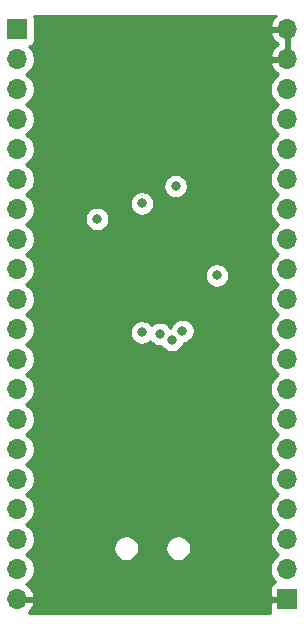
<source format=gbr>
%TF.GenerationSoftware,KiCad,Pcbnew,5.1.9-73d0e3b20d~88~ubuntu20.04.1*%
%TF.CreationDate,2021-04-21T23:40:33-06:00*%
%TF.ProjectId,STM32F411CE,53544d33-3246-4343-9131-43452e6b6963,rev?*%
%TF.SameCoordinates,Original*%
%TF.FileFunction,Copper,L2,Inr*%
%TF.FilePolarity,Positive*%
%FSLAX46Y46*%
G04 Gerber Fmt 4.6, Leading zero omitted, Abs format (unit mm)*
G04 Created by KiCad (PCBNEW 5.1.9-73d0e3b20d~88~ubuntu20.04.1) date 2021-04-21 23:40:33*
%MOMM*%
%LPD*%
G01*
G04 APERTURE LIST*
%TA.AperFunction,ComponentPad*%
%ADD10O,1.700000X1.700000*%
%TD*%
%TA.AperFunction,ComponentPad*%
%ADD11R,1.700000X1.700000*%
%TD*%
%TA.AperFunction,ViaPad*%
%ADD12C,0.800000*%
%TD*%
%TA.AperFunction,Conductor*%
%ADD13C,0.254000*%
%TD*%
%TA.AperFunction,Conductor*%
%ADD14C,0.100000*%
%TD*%
G04 APERTURE END LIST*
D10*
%TO.N,GND*%
%TO.C,J3*%
X36626800Y-13766800D03*
X36626800Y-16306800D03*
%TO.N,PB9*%
X36626800Y-18846800D03*
%TO.N,PB8*%
X36626800Y-21386800D03*
%TO.N,BOOT0*%
X36626800Y-23926800D03*
%TO.N,PB7*%
X36626800Y-26466800D03*
%TO.N,PB6*%
X36626800Y-29006800D03*
%TO.N,PB5*%
X36626800Y-31546800D03*
%TO.N,PB4*%
X36626800Y-34086800D03*
%TO.N,SWO*%
X36626800Y-36626800D03*
%TO.N,PA15*%
X36626800Y-39166800D03*
%TO.N,SWDCLK*%
X36626800Y-41706800D03*
%TO.N,SWDIO*%
X36626800Y-44246800D03*
%TO.N,N/C*%
X36626800Y-46786800D03*
X36626800Y-49326800D03*
X36626800Y-51866800D03*
%TO.N,PB15*%
X36626800Y-54406800D03*
%TO.N,PB14*%
X36626800Y-56946800D03*
%TO.N,PB13*%
X36626800Y-59486800D03*
D11*
%TO.N,GND*%
X36626800Y-62026800D03*
%TD*%
D10*
%TO.N,GND*%
%TO.C,J2*%
X13766800Y-62026800D03*
%TO.N,+5V*%
X13766800Y-59486800D03*
%TO.N,PB12*%
X13766800Y-56946800D03*
%TO.N,PB10*%
X13766800Y-54406800D03*
%TO.N,PB2*%
X13766800Y-51866800D03*
%TO.N,PB1*%
X13766800Y-49326800D03*
%TO.N,PBO*%
X13766800Y-46786800D03*
%TO.N,PA7*%
X13766800Y-44246800D03*
%TO.N,PA6*%
X13766800Y-41706800D03*
%TO.N,PA5*%
X13766800Y-39166800D03*
%TO.N,PA4*%
X13766800Y-36626800D03*
%TO.N,PA3*%
X13766800Y-34086800D03*
%TO.N,PA2*%
X13766800Y-31546800D03*
%TO.N,PA1*%
X13766800Y-29006800D03*
%TO.N,PA0*%
X13766800Y-26466800D03*
%TO.N,~RST*%
X13766800Y-23926800D03*
%TO.N,+3V3*%
X13766800Y-21386800D03*
%TO.N,N/C*%
X13766800Y-18846800D03*
X13766800Y-16306800D03*
D11*
%TO.N,+BATT*%
X13766800Y-13766800D03*
%TD*%
D12*
%TO.N,GND*%
X24130000Y-32512000D03*
X26416000Y-32512000D03*
X26416000Y-35560000D03*
X24130000Y-35560000D03*
X22402800Y-42773600D03*
X17018000Y-26924000D03*
X26797000Y-22352000D03*
X23368000Y-25908000D03*
X28194000Y-23114000D03*
X26289000Y-20320000D03*
X26797000Y-53213000D03*
X26900000Y-51100000D03*
%TO.N,+3V3*%
X27178000Y-27051000D03*
X30657800Y-34594800D03*
X24307800Y-39420800D03*
X20535900Y-29806900D03*
%TO.N,+BATT*%
X24307800Y-28498800D03*
%TO.N,PB14*%
X26847800Y-40055800D03*
%TO.N,PB13*%
X25831800Y-39547800D03*
%TO.N,PB15*%
X27736800Y-39293800D03*
%TD*%
D13*
%TO.N,GND*%
X35529212Y-12766531D02*
X35355159Y-12999880D01*
X35229975Y-13262701D01*
X35185324Y-13409910D01*
X35306645Y-13639800D01*
X36499800Y-13639800D01*
X36499800Y-13619800D01*
X36753800Y-13619800D01*
X36753800Y-13639800D01*
X36773800Y-13639800D01*
X36773800Y-13893800D01*
X36753800Y-13893800D01*
X36753800Y-16179800D01*
X36773800Y-16179800D01*
X36773800Y-16433800D01*
X36753800Y-16433800D01*
X36753800Y-16453800D01*
X36499800Y-16453800D01*
X36499800Y-16433800D01*
X35306645Y-16433800D01*
X35185324Y-16663690D01*
X35229975Y-16810899D01*
X35355159Y-17073720D01*
X35529212Y-17307069D01*
X35745445Y-17501978D01*
X35862334Y-17571605D01*
X35680168Y-17693325D01*
X35473325Y-17900168D01*
X35310810Y-18143389D01*
X35198868Y-18413642D01*
X35141800Y-18700540D01*
X35141800Y-18993060D01*
X35198868Y-19279958D01*
X35310810Y-19550211D01*
X35473325Y-19793432D01*
X35680168Y-20000275D01*
X35854560Y-20116800D01*
X35680168Y-20233325D01*
X35473325Y-20440168D01*
X35310810Y-20683389D01*
X35198868Y-20953642D01*
X35141800Y-21240540D01*
X35141800Y-21533060D01*
X35198868Y-21819958D01*
X35310810Y-22090211D01*
X35473325Y-22333432D01*
X35680168Y-22540275D01*
X35854560Y-22656800D01*
X35680168Y-22773325D01*
X35473325Y-22980168D01*
X35310810Y-23223389D01*
X35198868Y-23493642D01*
X35141800Y-23780540D01*
X35141800Y-24073060D01*
X35198868Y-24359958D01*
X35310810Y-24630211D01*
X35473325Y-24873432D01*
X35680168Y-25080275D01*
X35854560Y-25196800D01*
X35680168Y-25313325D01*
X35473325Y-25520168D01*
X35310810Y-25763389D01*
X35198868Y-26033642D01*
X35141800Y-26320540D01*
X35141800Y-26613060D01*
X35198868Y-26899958D01*
X35310810Y-27170211D01*
X35473325Y-27413432D01*
X35680168Y-27620275D01*
X35854560Y-27736800D01*
X35680168Y-27853325D01*
X35473325Y-28060168D01*
X35310810Y-28303389D01*
X35198868Y-28573642D01*
X35141800Y-28860540D01*
X35141800Y-29153060D01*
X35198868Y-29439958D01*
X35310810Y-29710211D01*
X35473325Y-29953432D01*
X35680168Y-30160275D01*
X35854560Y-30276800D01*
X35680168Y-30393325D01*
X35473325Y-30600168D01*
X35310810Y-30843389D01*
X35198868Y-31113642D01*
X35141800Y-31400540D01*
X35141800Y-31693060D01*
X35198868Y-31979958D01*
X35310810Y-32250211D01*
X35473325Y-32493432D01*
X35680168Y-32700275D01*
X35854560Y-32816800D01*
X35680168Y-32933325D01*
X35473325Y-33140168D01*
X35310810Y-33383389D01*
X35198868Y-33653642D01*
X35141800Y-33940540D01*
X35141800Y-34233060D01*
X35198868Y-34519958D01*
X35310810Y-34790211D01*
X35473325Y-35033432D01*
X35680168Y-35240275D01*
X35854560Y-35356800D01*
X35680168Y-35473325D01*
X35473325Y-35680168D01*
X35310810Y-35923389D01*
X35198868Y-36193642D01*
X35141800Y-36480540D01*
X35141800Y-36773060D01*
X35198868Y-37059958D01*
X35310810Y-37330211D01*
X35473325Y-37573432D01*
X35680168Y-37780275D01*
X35854560Y-37896800D01*
X35680168Y-38013325D01*
X35473325Y-38220168D01*
X35310810Y-38463389D01*
X35198868Y-38733642D01*
X35141800Y-39020540D01*
X35141800Y-39313060D01*
X35198868Y-39599958D01*
X35310810Y-39870211D01*
X35473325Y-40113432D01*
X35680168Y-40320275D01*
X35854560Y-40436800D01*
X35680168Y-40553325D01*
X35473325Y-40760168D01*
X35310810Y-41003389D01*
X35198868Y-41273642D01*
X35141800Y-41560540D01*
X35141800Y-41853060D01*
X35198868Y-42139958D01*
X35310810Y-42410211D01*
X35473325Y-42653432D01*
X35680168Y-42860275D01*
X35854560Y-42976800D01*
X35680168Y-43093325D01*
X35473325Y-43300168D01*
X35310810Y-43543389D01*
X35198868Y-43813642D01*
X35141800Y-44100540D01*
X35141800Y-44393060D01*
X35198868Y-44679958D01*
X35310810Y-44950211D01*
X35473325Y-45193432D01*
X35680168Y-45400275D01*
X35854560Y-45516800D01*
X35680168Y-45633325D01*
X35473325Y-45840168D01*
X35310810Y-46083389D01*
X35198868Y-46353642D01*
X35141800Y-46640540D01*
X35141800Y-46933060D01*
X35198868Y-47219958D01*
X35310810Y-47490211D01*
X35473325Y-47733432D01*
X35680168Y-47940275D01*
X35854560Y-48056800D01*
X35680168Y-48173325D01*
X35473325Y-48380168D01*
X35310810Y-48623389D01*
X35198868Y-48893642D01*
X35141800Y-49180540D01*
X35141800Y-49473060D01*
X35198868Y-49759958D01*
X35310810Y-50030211D01*
X35473325Y-50273432D01*
X35680168Y-50480275D01*
X35854560Y-50596800D01*
X35680168Y-50713325D01*
X35473325Y-50920168D01*
X35310810Y-51163389D01*
X35198868Y-51433642D01*
X35141800Y-51720540D01*
X35141800Y-52013060D01*
X35198868Y-52299958D01*
X35310810Y-52570211D01*
X35473325Y-52813432D01*
X35680168Y-53020275D01*
X35854560Y-53136800D01*
X35680168Y-53253325D01*
X35473325Y-53460168D01*
X35310810Y-53703389D01*
X35198868Y-53973642D01*
X35141800Y-54260540D01*
X35141800Y-54553060D01*
X35198868Y-54839958D01*
X35310810Y-55110211D01*
X35473325Y-55353432D01*
X35680168Y-55560275D01*
X35854560Y-55676800D01*
X35680168Y-55793325D01*
X35473325Y-56000168D01*
X35310810Y-56243389D01*
X35198868Y-56513642D01*
X35141800Y-56800540D01*
X35141800Y-57093060D01*
X35198868Y-57379958D01*
X35310810Y-57650211D01*
X35473325Y-57893432D01*
X35680168Y-58100275D01*
X35854560Y-58216800D01*
X35680168Y-58333325D01*
X35473325Y-58540168D01*
X35310810Y-58783389D01*
X35198868Y-59053642D01*
X35141800Y-59340540D01*
X35141800Y-59633060D01*
X35198868Y-59919958D01*
X35310810Y-60190211D01*
X35473325Y-60433432D01*
X35605180Y-60565287D01*
X35532620Y-60587298D01*
X35422306Y-60646263D01*
X35325615Y-60725615D01*
X35246263Y-60822306D01*
X35187298Y-60932620D01*
X35150988Y-61052318D01*
X35138728Y-61176800D01*
X35141800Y-61741050D01*
X35300550Y-61899800D01*
X36499800Y-61899800D01*
X36499800Y-61879800D01*
X36753800Y-61879800D01*
X36753800Y-61899800D01*
X36773800Y-61899800D01*
X36773800Y-62153800D01*
X36753800Y-62153800D01*
X36753800Y-62173800D01*
X36499800Y-62173800D01*
X36499800Y-62153800D01*
X35300550Y-62153800D01*
X35141800Y-62312550D01*
X35138728Y-62876800D01*
X35150988Y-63001282D01*
X35187298Y-63120980D01*
X35200030Y-63144800D01*
X14733777Y-63144800D01*
X14864388Y-63027069D01*
X15038441Y-62793720D01*
X15163625Y-62530899D01*
X15208276Y-62383690D01*
X15086955Y-62153800D01*
X13893800Y-62153800D01*
X13893800Y-62173800D01*
X13639800Y-62173800D01*
X13639800Y-62153800D01*
X13619800Y-62153800D01*
X13619800Y-61899800D01*
X13639800Y-61899800D01*
X13639800Y-61879800D01*
X13893800Y-61879800D01*
X13893800Y-61899800D01*
X15086955Y-61899800D01*
X15208276Y-61669910D01*
X15163625Y-61522701D01*
X15038441Y-61259880D01*
X14864388Y-61026531D01*
X14648155Y-60831622D01*
X14531266Y-60761995D01*
X14713432Y-60640275D01*
X14920275Y-60433432D01*
X15082790Y-60190211D01*
X15194732Y-59919958D01*
X15251800Y-59633060D01*
X15251800Y-59340540D01*
X15194732Y-59053642D01*
X15082790Y-58783389D01*
X14920275Y-58540168D01*
X14713432Y-58333325D01*
X14539040Y-58216800D01*
X14713432Y-58100275D01*
X14920275Y-57893432D01*
X15082790Y-57650211D01*
X15102785Y-57601937D01*
X21911800Y-57601937D01*
X21911800Y-57815663D01*
X21953496Y-58025283D01*
X22035285Y-58222740D01*
X22154025Y-58400447D01*
X22305153Y-58551575D01*
X22482860Y-58670315D01*
X22680317Y-58752104D01*
X22889937Y-58793800D01*
X23103663Y-58793800D01*
X23313283Y-58752104D01*
X23510740Y-58670315D01*
X23688447Y-58551575D01*
X23839575Y-58400447D01*
X23958315Y-58222740D01*
X24040104Y-58025283D01*
X24081800Y-57815663D01*
X24081800Y-57601937D01*
X26311800Y-57601937D01*
X26311800Y-57815663D01*
X26353496Y-58025283D01*
X26435285Y-58222740D01*
X26554025Y-58400447D01*
X26705153Y-58551575D01*
X26882860Y-58670315D01*
X27080317Y-58752104D01*
X27289937Y-58793800D01*
X27503663Y-58793800D01*
X27713283Y-58752104D01*
X27910740Y-58670315D01*
X28088447Y-58551575D01*
X28239575Y-58400447D01*
X28358315Y-58222740D01*
X28440104Y-58025283D01*
X28481800Y-57815663D01*
X28481800Y-57601937D01*
X28440104Y-57392317D01*
X28358315Y-57194860D01*
X28239575Y-57017153D01*
X28088447Y-56866025D01*
X27910740Y-56747285D01*
X27713283Y-56665496D01*
X27503663Y-56623800D01*
X27289937Y-56623800D01*
X27080317Y-56665496D01*
X26882860Y-56747285D01*
X26705153Y-56866025D01*
X26554025Y-57017153D01*
X26435285Y-57194860D01*
X26353496Y-57392317D01*
X26311800Y-57601937D01*
X24081800Y-57601937D01*
X24040104Y-57392317D01*
X23958315Y-57194860D01*
X23839575Y-57017153D01*
X23688447Y-56866025D01*
X23510740Y-56747285D01*
X23313283Y-56665496D01*
X23103663Y-56623800D01*
X22889937Y-56623800D01*
X22680317Y-56665496D01*
X22482860Y-56747285D01*
X22305153Y-56866025D01*
X22154025Y-57017153D01*
X22035285Y-57194860D01*
X21953496Y-57392317D01*
X21911800Y-57601937D01*
X15102785Y-57601937D01*
X15194732Y-57379958D01*
X15251800Y-57093060D01*
X15251800Y-56800540D01*
X15194732Y-56513642D01*
X15082790Y-56243389D01*
X14920275Y-56000168D01*
X14713432Y-55793325D01*
X14539040Y-55676800D01*
X14713432Y-55560275D01*
X14920275Y-55353432D01*
X15082790Y-55110211D01*
X15194732Y-54839958D01*
X15251800Y-54553060D01*
X15251800Y-54260540D01*
X15194732Y-53973642D01*
X15082790Y-53703389D01*
X14920275Y-53460168D01*
X14713432Y-53253325D01*
X14539040Y-53136800D01*
X14713432Y-53020275D01*
X14920275Y-52813432D01*
X15082790Y-52570211D01*
X15194732Y-52299958D01*
X15251800Y-52013060D01*
X15251800Y-51720540D01*
X15194732Y-51433642D01*
X15082790Y-51163389D01*
X14920275Y-50920168D01*
X14713432Y-50713325D01*
X14539040Y-50596800D01*
X14713432Y-50480275D01*
X14920275Y-50273432D01*
X15082790Y-50030211D01*
X15194732Y-49759958D01*
X15251800Y-49473060D01*
X15251800Y-49180540D01*
X15194732Y-48893642D01*
X15082790Y-48623389D01*
X14920275Y-48380168D01*
X14713432Y-48173325D01*
X14539040Y-48056800D01*
X14713432Y-47940275D01*
X14920275Y-47733432D01*
X15082790Y-47490211D01*
X15194732Y-47219958D01*
X15251800Y-46933060D01*
X15251800Y-46640540D01*
X15194732Y-46353642D01*
X15082790Y-46083389D01*
X14920275Y-45840168D01*
X14713432Y-45633325D01*
X14539040Y-45516800D01*
X14713432Y-45400275D01*
X14920275Y-45193432D01*
X15082790Y-44950211D01*
X15194732Y-44679958D01*
X15251800Y-44393060D01*
X15251800Y-44100540D01*
X15194732Y-43813642D01*
X15082790Y-43543389D01*
X14920275Y-43300168D01*
X14713432Y-43093325D01*
X14539040Y-42976800D01*
X14713432Y-42860275D01*
X14920275Y-42653432D01*
X15082790Y-42410211D01*
X15194732Y-42139958D01*
X15251800Y-41853060D01*
X15251800Y-41560540D01*
X15194732Y-41273642D01*
X15082790Y-41003389D01*
X14920275Y-40760168D01*
X14713432Y-40553325D01*
X14539040Y-40436800D01*
X14713432Y-40320275D01*
X14920275Y-40113432D01*
X15082790Y-39870211D01*
X15194732Y-39599958D01*
X15250646Y-39318861D01*
X23272800Y-39318861D01*
X23272800Y-39522739D01*
X23312574Y-39722698D01*
X23390595Y-39911056D01*
X23503863Y-40080574D01*
X23648026Y-40224737D01*
X23817544Y-40338005D01*
X24005902Y-40416026D01*
X24205861Y-40455800D01*
X24409739Y-40455800D01*
X24609698Y-40416026D01*
X24798056Y-40338005D01*
X24967574Y-40224737D01*
X25010589Y-40181722D01*
X25027863Y-40207574D01*
X25172026Y-40351737D01*
X25341544Y-40465005D01*
X25529902Y-40543026D01*
X25729861Y-40582800D01*
X25933739Y-40582800D01*
X25952635Y-40579041D01*
X26043863Y-40715574D01*
X26188026Y-40859737D01*
X26357544Y-40973005D01*
X26545902Y-41051026D01*
X26745861Y-41090800D01*
X26949739Y-41090800D01*
X27149698Y-41051026D01*
X27338056Y-40973005D01*
X27507574Y-40859737D01*
X27651737Y-40715574D01*
X27765005Y-40546056D01*
X27843026Y-40357698D01*
X27849188Y-40326722D01*
X28038698Y-40289026D01*
X28227056Y-40211005D01*
X28396574Y-40097737D01*
X28540737Y-39953574D01*
X28654005Y-39784056D01*
X28732026Y-39595698D01*
X28771800Y-39395739D01*
X28771800Y-39191861D01*
X28732026Y-38991902D01*
X28654005Y-38803544D01*
X28540737Y-38634026D01*
X28396574Y-38489863D01*
X28227056Y-38376595D01*
X28038698Y-38298574D01*
X27838739Y-38258800D01*
X27634861Y-38258800D01*
X27434902Y-38298574D01*
X27246544Y-38376595D01*
X27077026Y-38489863D01*
X26932863Y-38634026D01*
X26819595Y-38803544D01*
X26741574Y-38991902D01*
X26735412Y-39022878D01*
X26726965Y-39024559D01*
X26635737Y-38888026D01*
X26491574Y-38743863D01*
X26322056Y-38630595D01*
X26133698Y-38552574D01*
X25933739Y-38512800D01*
X25729861Y-38512800D01*
X25529902Y-38552574D01*
X25341544Y-38630595D01*
X25172026Y-38743863D01*
X25129011Y-38786878D01*
X25111737Y-38761026D01*
X24967574Y-38616863D01*
X24798056Y-38503595D01*
X24609698Y-38425574D01*
X24409739Y-38385800D01*
X24205861Y-38385800D01*
X24005902Y-38425574D01*
X23817544Y-38503595D01*
X23648026Y-38616863D01*
X23503863Y-38761026D01*
X23390595Y-38930544D01*
X23312574Y-39118902D01*
X23272800Y-39318861D01*
X15250646Y-39318861D01*
X15251800Y-39313060D01*
X15251800Y-39020540D01*
X15194732Y-38733642D01*
X15082790Y-38463389D01*
X14920275Y-38220168D01*
X14713432Y-38013325D01*
X14539040Y-37896800D01*
X14713432Y-37780275D01*
X14920275Y-37573432D01*
X15082790Y-37330211D01*
X15194732Y-37059958D01*
X15251800Y-36773060D01*
X15251800Y-36480540D01*
X15194732Y-36193642D01*
X15082790Y-35923389D01*
X14920275Y-35680168D01*
X14713432Y-35473325D01*
X14539040Y-35356800D01*
X14713432Y-35240275D01*
X14920275Y-35033432D01*
X15082790Y-34790211D01*
X15194732Y-34519958D01*
X15200121Y-34492861D01*
X29622800Y-34492861D01*
X29622800Y-34696739D01*
X29662574Y-34896698D01*
X29740595Y-35085056D01*
X29853863Y-35254574D01*
X29998026Y-35398737D01*
X30167544Y-35512005D01*
X30355902Y-35590026D01*
X30555861Y-35629800D01*
X30759739Y-35629800D01*
X30959698Y-35590026D01*
X31148056Y-35512005D01*
X31317574Y-35398737D01*
X31461737Y-35254574D01*
X31575005Y-35085056D01*
X31653026Y-34896698D01*
X31692800Y-34696739D01*
X31692800Y-34492861D01*
X31653026Y-34292902D01*
X31575005Y-34104544D01*
X31461737Y-33935026D01*
X31317574Y-33790863D01*
X31148056Y-33677595D01*
X30959698Y-33599574D01*
X30759739Y-33559800D01*
X30555861Y-33559800D01*
X30355902Y-33599574D01*
X30167544Y-33677595D01*
X29998026Y-33790863D01*
X29853863Y-33935026D01*
X29740595Y-34104544D01*
X29662574Y-34292902D01*
X29622800Y-34492861D01*
X15200121Y-34492861D01*
X15251800Y-34233060D01*
X15251800Y-33940540D01*
X15194732Y-33653642D01*
X15082790Y-33383389D01*
X14920275Y-33140168D01*
X14713432Y-32933325D01*
X14539040Y-32816800D01*
X14713432Y-32700275D01*
X14920275Y-32493432D01*
X15082790Y-32250211D01*
X15194732Y-31979958D01*
X15251800Y-31693060D01*
X15251800Y-31400540D01*
X15194732Y-31113642D01*
X15082790Y-30843389D01*
X14920275Y-30600168D01*
X14713432Y-30393325D01*
X14539040Y-30276800D01*
X14713432Y-30160275D01*
X14920275Y-29953432D01*
X15082790Y-29710211D01*
X15084964Y-29704961D01*
X19500900Y-29704961D01*
X19500900Y-29908839D01*
X19540674Y-30108798D01*
X19618695Y-30297156D01*
X19731963Y-30466674D01*
X19876126Y-30610837D01*
X20045644Y-30724105D01*
X20234002Y-30802126D01*
X20433961Y-30841900D01*
X20637839Y-30841900D01*
X20837798Y-30802126D01*
X21026156Y-30724105D01*
X21195674Y-30610837D01*
X21339837Y-30466674D01*
X21453105Y-30297156D01*
X21531126Y-30108798D01*
X21570900Y-29908839D01*
X21570900Y-29704961D01*
X21531126Y-29505002D01*
X21453105Y-29316644D01*
X21339837Y-29147126D01*
X21195674Y-29002963D01*
X21026156Y-28889695D01*
X20837798Y-28811674D01*
X20637839Y-28771900D01*
X20433961Y-28771900D01*
X20234002Y-28811674D01*
X20045644Y-28889695D01*
X19876126Y-29002963D01*
X19731963Y-29147126D01*
X19618695Y-29316644D01*
X19540674Y-29505002D01*
X19500900Y-29704961D01*
X15084964Y-29704961D01*
X15194732Y-29439958D01*
X15251800Y-29153060D01*
X15251800Y-28860540D01*
X15194732Y-28573642D01*
X15121508Y-28396861D01*
X23272800Y-28396861D01*
X23272800Y-28600739D01*
X23312574Y-28800698D01*
X23390595Y-28989056D01*
X23503863Y-29158574D01*
X23648026Y-29302737D01*
X23817544Y-29416005D01*
X24005902Y-29494026D01*
X24205861Y-29533800D01*
X24409739Y-29533800D01*
X24609698Y-29494026D01*
X24798056Y-29416005D01*
X24967574Y-29302737D01*
X25111737Y-29158574D01*
X25225005Y-28989056D01*
X25303026Y-28800698D01*
X25342800Y-28600739D01*
X25342800Y-28396861D01*
X25303026Y-28196902D01*
X25225005Y-28008544D01*
X25111737Y-27839026D01*
X24967574Y-27694863D01*
X24798056Y-27581595D01*
X24609698Y-27503574D01*
X24409739Y-27463800D01*
X24205861Y-27463800D01*
X24005902Y-27503574D01*
X23817544Y-27581595D01*
X23648026Y-27694863D01*
X23503863Y-27839026D01*
X23390595Y-28008544D01*
X23312574Y-28196902D01*
X23272800Y-28396861D01*
X15121508Y-28396861D01*
X15082790Y-28303389D01*
X14920275Y-28060168D01*
X14713432Y-27853325D01*
X14539040Y-27736800D01*
X14713432Y-27620275D01*
X14920275Y-27413432D01*
X15082790Y-27170211D01*
X15174392Y-26949061D01*
X26143000Y-26949061D01*
X26143000Y-27152939D01*
X26182774Y-27352898D01*
X26260795Y-27541256D01*
X26374063Y-27710774D01*
X26518226Y-27854937D01*
X26687744Y-27968205D01*
X26876102Y-28046226D01*
X27076061Y-28086000D01*
X27279939Y-28086000D01*
X27479898Y-28046226D01*
X27668256Y-27968205D01*
X27837774Y-27854937D01*
X27981937Y-27710774D01*
X28095205Y-27541256D01*
X28173226Y-27352898D01*
X28213000Y-27152939D01*
X28213000Y-26949061D01*
X28173226Y-26749102D01*
X28095205Y-26560744D01*
X27981937Y-26391226D01*
X27837774Y-26247063D01*
X27668256Y-26133795D01*
X27479898Y-26055774D01*
X27279939Y-26016000D01*
X27076061Y-26016000D01*
X26876102Y-26055774D01*
X26687744Y-26133795D01*
X26518226Y-26247063D01*
X26374063Y-26391226D01*
X26260795Y-26560744D01*
X26182774Y-26749102D01*
X26143000Y-26949061D01*
X15174392Y-26949061D01*
X15194732Y-26899958D01*
X15251800Y-26613060D01*
X15251800Y-26320540D01*
X15194732Y-26033642D01*
X15082790Y-25763389D01*
X14920275Y-25520168D01*
X14713432Y-25313325D01*
X14539040Y-25196800D01*
X14713432Y-25080275D01*
X14920275Y-24873432D01*
X15082790Y-24630211D01*
X15194732Y-24359958D01*
X15251800Y-24073060D01*
X15251800Y-23780540D01*
X15194732Y-23493642D01*
X15082790Y-23223389D01*
X14920275Y-22980168D01*
X14713432Y-22773325D01*
X14539040Y-22656800D01*
X14713432Y-22540275D01*
X14920275Y-22333432D01*
X15082790Y-22090211D01*
X15194732Y-21819958D01*
X15251800Y-21533060D01*
X15251800Y-21240540D01*
X15194732Y-20953642D01*
X15082790Y-20683389D01*
X14920275Y-20440168D01*
X14713432Y-20233325D01*
X14539040Y-20116800D01*
X14713432Y-20000275D01*
X14920275Y-19793432D01*
X15082790Y-19550211D01*
X15194732Y-19279958D01*
X15251800Y-18993060D01*
X15251800Y-18700540D01*
X15194732Y-18413642D01*
X15082790Y-18143389D01*
X14920275Y-17900168D01*
X14713432Y-17693325D01*
X14539040Y-17576800D01*
X14713432Y-17460275D01*
X14920275Y-17253432D01*
X15082790Y-17010211D01*
X15194732Y-16739958D01*
X15251800Y-16453060D01*
X15251800Y-16160540D01*
X15194732Y-15873642D01*
X15082790Y-15603389D01*
X14920275Y-15360168D01*
X14788420Y-15228313D01*
X14860980Y-15206302D01*
X14971294Y-15147337D01*
X15067985Y-15067985D01*
X15147337Y-14971294D01*
X15206302Y-14860980D01*
X15242612Y-14741282D01*
X15254872Y-14616800D01*
X15254872Y-14123690D01*
X35185324Y-14123690D01*
X35229975Y-14270899D01*
X35355159Y-14533720D01*
X35529212Y-14767069D01*
X35745445Y-14961978D01*
X35871055Y-15036800D01*
X35745445Y-15111622D01*
X35529212Y-15306531D01*
X35355159Y-15539880D01*
X35229975Y-15802701D01*
X35185324Y-15949910D01*
X35306645Y-16179800D01*
X36499800Y-16179800D01*
X36499800Y-13893800D01*
X35306645Y-13893800D01*
X35185324Y-14123690D01*
X15254872Y-14123690D01*
X15254872Y-12916800D01*
X15242612Y-12792318D01*
X15206302Y-12672620D01*
X15193570Y-12648800D01*
X35659823Y-12648800D01*
X35529212Y-12766531D01*
%TA.AperFunction,Conductor*%
D14*
G36*
X35529212Y-12766531D02*
G01*
X35355159Y-12999880D01*
X35229975Y-13262701D01*
X35185324Y-13409910D01*
X35306645Y-13639800D01*
X36499800Y-13639800D01*
X36499800Y-13619800D01*
X36753800Y-13619800D01*
X36753800Y-13639800D01*
X36773800Y-13639800D01*
X36773800Y-13893800D01*
X36753800Y-13893800D01*
X36753800Y-16179800D01*
X36773800Y-16179800D01*
X36773800Y-16433800D01*
X36753800Y-16433800D01*
X36753800Y-16453800D01*
X36499800Y-16453800D01*
X36499800Y-16433800D01*
X35306645Y-16433800D01*
X35185324Y-16663690D01*
X35229975Y-16810899D01*
X35355159Y-17073720D01*
X35529212Y-17307069D01*
X35745445Y-17501978D01*
X35862334Y-17571605D01*
X35680168Y-17693325D01*
X35473325Y-17900168D01*
X35310810Y-18143389D01*
X35198868Y-18413642D01*
X35141800Y-18700540D01*
X35141800Y-18993060D01*
X35198868Y-19279958D01*
X35310810Y-19550211D01*
X35473325Y-19793432D01*
X35680168Y-20000275D01*
X35854560Y-20116800D01*
X35680168Y-20233325D01*
X35473325Y-20440168D01*
X35310810Y-20683389D01*
X35198868Y-20953642D01*
X35141800Y-21240540D01*
X35141800Y-21533060D01*
X35198868Y-21819958D01*
X35310810Y-22090211D01*
X35473325Y-22333432D01*
X35680168Y-22540275D01*
X35854560Y-22656800D01*
X35680168Y-22773325D01*
X35473325Y-22980168D01*
X35310810Y-23223389D01*
X35198868Y-23493642D01*
X35141800Y-23780540D01*
X35141800Y-24073060D01*
X35198868Y-24359958D01*
X35310810Y-24630211D01*
X35473325Y-24873432D01*
X35680168Y-25080275D01*
X35854560Y-25196800D01*
X35680168Y-25313325D01*
X35473325Y-25520168D01*
X35310810Y-25763389D01*
X35198868Y-26033642D01*
X35141800Y-26320540D01*
X35141800Y-26613060D01*
X35198868Y-26899958D01*
X35310810Y-27170211D01*
X35473325Y-27413432D01*
X35680168Y-27620275D01*
X35854560Y-27736800D01*
X35680168Y-27853325D01*
X35473325Y-28060168D01*
X35310810Y-28303389D01*
X35198868Y-28573642D01*
X35141800Y-28860540D01*
X35141800Y-29153060D01*
X35198868Y-29439958D01*
X35310810Y-29710211D01*
X35473325Y-29953432D01*
X35680168Y-30160275D01*
X35854560Y-30276800D01*
X35680168Y-30393325D01*
X35473325Y-30600168D01*
X35310810Y-30843389D01*
X35198868Y-31113642D01*
X35141800Y-31400540D01*
X35141800Y-31693060D01*
X35198868Y-31979958D01*
X35310810Y-32250211D01*
X35473325Y-32493432D01*
X35680168Y-32700275D01*
X35854560Y-32816800D01*
X35680168Y-32933325D01*
X35473325Y-33140168D01*
X35310810Y-33383389D01*
X35198868Y-33653642D01*
X35141800Y-33940540D01*
X35141800Y-34233060D01*
X35198868Y-34519958D01*
X35310810Y-34790211D01*
X35473325Y-35033432D01*
X35680168Y-35240275D01*
X35854560Y-35356800D01*
X35680168Y-35473325D01*
X35473325Y-35680168D01*
X35310810Y-35923389D01*
X35198868Y-36193642D01*
X35141800Y-36480540D01*
X35141800Y-36773060D01*
X35198868Y-37059958D01*
X35310810Y-37330211D01*
X35473325Y-37573432D01*
X35680168Y-37780275D01*
X35854560Y-37896800D01*
X35680168Y-38013325D01*
X35473325Y-38220168D01*
X35310810Y-38463389D01*
X35198868Y-38733642D01*
X35141800Y-39020540D01*
X35141800Y-39313060D01*
X35198868Y-39599958D01*
X35310810Y-39870211D01*
X35473325Y-40113432D01*
X35680168Y-40320275D01*
X35854560Y-40436800D01*
X35680168Y-40553325D01*
X35473325Y-40760168D01*
X35310810Y-41003389D01*
X35198868Y-41273642D01*
X35141800Y-41560540D01*
X35141800Y-41853060D01*
X35198868Y-42139958D01*
X35310810Y-42410211D01*
X35473325Y-42653432D01*
X35680168Y-42860275D01*
X35854560Y-42976800D01*
X35680168Y-43093325D01*
X35473325Y-43300168D01*
X35310810Y-43543389D01*
X35198868Y-43813642D01*
X35141800Y-44100540D01*
X35141800Y-44393060D01*
X35198868Y-44679958D01*
X35310810Y-44950211D01*
X35473325Y-45193432D01*
X35680168Y-45400275D01*
X35854560Y-45516800D01*
X35680168Y-45633325D01*
X35473325Y-45840168D01*
X35310810Y-46083389D01*
X35198868Y-46353642D01*
X35141800Y-46640540D01*
X35141800Y-46933060D01*
X35198868Y-47219958D01*
X35310810Y-47490211D01*
X35473325Y-47733432D01*
X35680168Y-47940275D01*
X35854560Y-48056800D01*
X35680168Y-48173325D01*
X35473325Y-48380168D01*
X35310810Y-48623389D01*
X35198868Y-48893642D01*
X35141800Y-49180540D01*
X35141800Y-49473060D01*
X35198868Y-49759958D01*
X35310810Y-50030211D01*
X35473325Y-50273432D01*
X35680168Y-50480275D01*
X35854560Y-50596800D01*
X35680168Y-50713325D01*
X35473325Y-50920168D01*
X35310810Y-51163389D01*
X35198868Y-51433642D01*
X35141800Y-51720540D01*
X35141800Y-52013060D01*
X35198868Y-52299958D01*
X35310810Y-52570211D01*
X35473325Y-52813432D01*
X35680168Y-53020275D01*
X35854560Y-53136800D01*
X35680168Y-53253325D01*
X35473325Y-53460168D01*
X35310810Y-53703389D01*
X35198868Y-53973642D01*
X35141800Y-54260540D01*
X35141800Y-54553060D01*
X35198868Y-54839958D01*
X35310810Y-55110211D01*
X35473325Y-55353432D01*
X35680168Y-55560275D01*
X35854560Y-55676800D01*
X35680168Y-55793325D01*
X35473325Y-56000168D01*
X35310810Y-56243389D01*
X35198868Y-56513642D01*
X35141800Y-56800540D01*
X35141800Y-57093060D01*
X35198868Y-57379958D01*
X35310810Y-57650211D01*
X35473325Y-57893432D01*
X35680168Y-58100275D01*
X35854560Y-58216800D01*
X35680168Y-58333325D01*
X35473325Y-58540168D01*
X35310810Y-58783389D01*
X35198868Y-59053642D01*
X35141800Y-59340540D01*
X35141800Y-59633060D01*
X35198868Y-59919958D01*
X35310810Y-60190211D01*
X35473325Y-60433432D01*
X35605180Y-60565287D01*
X35532620Y-60587298D01*
X35422306Y-60646263D01*
X35325615Y-60725615D01*
X35246263Y-60822306D01*
X35187298Y-60932620D01*
X35150988Y-61052318D01*
X35138728Y-61176800D01*
X35141800Y-61741050D01*
X35300550Y-61899800D01*
X36499800Y-61899800D01*
X36499800Y-61879800D01*
X36753800Y-61879800D01*
X36753800Y-61899800D01*
X36773800Y-61899800D01*
X36773800Y-62153800D01*
X36753800Y-62153800D01*
X36753800Y-62173800D01*
X36499800Y-62173800D01*
X36499800Y-62153800D01*
X35300550Y-62153800D01*
X35141800Y-62312550D01*
X35138728Y-62876800D01*
X35150988Y-63001282D01*
X35187298Y-63120980D01*
X35200030Y-63144800D01*
X14733777Y-63144800D01*
X14864388Y-63027069D01*
X15038441Y-62793720D01*
X15163625Y-62530899D01*
X15208276Y-62383690D01*
X15086955Y-62153800D01*
X13893800Y-62153800D01*
X13893800Y-62173800D01*
X13639800Y-62173800D01*
X13639800Y-62153800D01*
X13619800Y-62153800D01*
X13619800Y-61899800D01*
X13639800Y-61899800D01*
X13639800Y-61879800D01*
X13893800Y-61879800D01*
X13893800Y-61899800D01*
X15086955Y-61899800D01*
X15208276Y-61669910D01*
X15163625Y-61522701D01*
X15038441Y-61259880D01*
X14864388Y-61026531D01*
X14648155Y-60831622D01*
X14531266Y-60761995D01*
X14713432Y-60640275D01*
X14920275Y-60433432D01*
X15082790Y-60190211D01*
X15194732Y-59919958D01*
X15251800Y-59633060D01*
X15251800Y-59340540D01*
X15194732Y-59053642D01*
X15082790Y-58783389D01*
X14920275Y-58540168D01*
X14713432Y-58333325D01*
X14539040Y-58216800D01*
X14713432Y-58100275D01*
X14920275Y-57893432D01*
X15082790Y-57650211D01*
X15102785Y-57601937D01*
X21911800Y-57601937D01*
X21911800Y-57815663D01*
X21953496Y-58025283D01*
X22035285Y-58222740D01*
X22154025Y-58400447D01*
X22305153Y-58551575D01*
X22482860Y-58670315D01*
X22680317Y-58752104D01*
X22889937Y-58793800D01*
X23103663Y-58793800D01*
X23313283Y-58752104D01*
X23510740Y-58670315D01*
X23688447Y-58551575D01*
X23839575Y-58400447D01*
X23958315Y-58222740D01*
X24040104Y-58025283D01*
X24081800Y-57815663D01*
X24081800Y-57601937D01*
X26311800Y-57601937D01*
X26311800Y-57815663D01*
X26353496Y-58025283D01*
X26435285Y-58222740D01*
X26554025Y-58400447D01*
X26705153Y-58551575D01*
X26882860Y-58670315D01*
X27080317Y-58752104D01*
X27289937Y-58793800D01*
X27503663Y-58793800D01*
X27713283Y-58752104D01*
X27910740Y-58670315D01*
X28088447Y-58551575D01*
X28239575Y-58400447D01*
X28358315Y-58222740D01*
X28440104Y-58025283D01*
X28481800Y-57815663D01*
X28481800Y-57601937D01*
X28440104Y-57392317D01*
X28358315Y-57194860D01*
X28239575Y-57017153D01*
X28088447Y-56866025D01*
X27910740Y-56747285D01*
X27713283Y-56665496D01*
X27503663Y-56623800D01*
X27289937Y-56623800D01*
X27080317Y-56665496D01*
X26882860Y-56747285D01*
X26705153Y-56866025D01*
X26554025Y-57017153D01*
X26435285Y-57194860D01*
X26353496Y-57392317D01*
X26311800Y-57601937D01*
X24081800Y-57601937D01*
X24040104Y-57392317D01*
X23958315Y-57194860D01*
X23839575Y-57017153D01*
X23688447Y-56866025D01*
X23510740Y-56747285D01*
X23313283Y-56665496D01*
X23103663Y-56623800D01*
X22889937Y-56623800D01*
X22680317Y-56665496D01*
X22482860Y-56747285D01*
X22305153Y-56866025D01*
X22154025Y-57017153D01*
X22035285Y-57194860D01*
X21953496Y-57392317D01*
X21911800Y-57601937D01*
X15102785Y-57601937D01*
X15194732Y-57379958D01*
X15251800Y-57093060D01*
X15251800Y-56800540D01*
X15194732Y-56513642D01*
X15082790Y-56243389D01*
X14920275Y-56000168D01*
X14713432Y-55793325D01*
X14539040Y-55676800D01*
X14713432Y-55560275D01*
X14920275Y-55353432D01*
X15082790Y-55110211D01*
X15194732Y-54839958D01*
X15251800Y-54553060D01*
X15251800Y-54260540D01*
X15194732Y-53973642D01*
X15082790Y-53703389D01*
X14920275Y-53460168D01*
X14713432Y-53253325D01*
X14539040Y-53136800D01*
X14713432Y-53020275D01*
X14920275Y-52813432D01*
X15082790Y-52570211D01*
X15194732Y-52299958D01*
X15251800Y-52013060D01*
X15251800Y-51720540D01*
X15194732Y-51433642D01*
X15082790Y-51163389D01*
X14920275Y-50920168D01*
X14713432Y-50713325D01*
X14539040Y-50596800D01*
X14713432Y-50480275D01*
X14920275Y-50273432D01*
X15082790Y-50030211D01*
X15194732Y-49759958D01*
X15251800Y-49473060D01*
X15251800Y-49180540D01*
X15194732Y-48893642D01*
X15082790Y-48623389D01*
X14920275Y-48380168D01*
X14713432Y-48173325D01*
X14539040Y-48056800D01*
X14713432Y-47940275D01*
X14920275Y-47733432D01*
X15082790Y-47490211D01*
X15194732Y-47219958D01*
X15251800Y-46933060D01*
X15251800Y-46640540D01*
X15194732Y-46353642D01*
X15082790Y-46083389D01*
X14920275Y-45840168D01*
X14713432Y-45633325D01*
X14539040Y-45516800D01*
X14713432Y-45400275D01*
X14920275Y-45193432D01*
X15082790Y-44950211D01*
X15194732Y-44679958D01*
X15251800Y-44393060D01*
X15251800Y-44100540D01*
X15194732Y-43813642D01*
X15082790Y-43543389D01*
X14920275Y-43300168D01*
X14713432Y-43093325D01*
X14539040Y-42976800D01*
X14713432Y-42860275D01*
X14920275Y-42653432D01*
X15082790Y-42410211D01*
X15194732Y-42139958D01*
X15251800Y-41853060D01*
X15251800Y-41560540D01*
X15194732Y-41273642D01*
X15082790Y-41003389D01*
X14920275Y-40760168D01*
X14713432Y-40553325D01*
X14539040Y-40436800D01*
X14713432Y-40320275D01*
X14920275Y-40113432D01*
X15082790Y-39870211D01*
X15194732Y-39599958D01*
X15250646Y-39318861D01*
X23272800Y-39318861D01*
X23272800Y-39522739D01*
X23312574Y-39722698D01*
X23390595Y-39911056D01*
X23503863Y-40080574D01*
X23648026Y-40224737D01*
X23817544Y-40338005D01*
X24005902Y-40416026D01*
X24205861Y-40455800D01*
X24409739Y-40455800D01*
X24609698Y-40416026D01*
X24798056Y-40338005D01*
X24967574Y-40224737D01*
X25010589Y-40181722D01*
X25027863Y-40207574D01*
X25172026Y-40351737D01*
X25341544Y-40465005D01*
X25529902Y-40543026D01*
X25729861Y-40582800D01*
X25933739Y-40582800D01*
X25952635Y-40579041D01*
X26043863Y-40715574D01*
X26188026Y-40859737D01*
X26357544Y-40973005D01*
X26545902Y-41051026D01*
X26745861Y-41090800D01*
X26949739Y-41090800D01*
X27149698Y-41051026D01*
X27338056Y-40973005D01*
X27507574Y-40859737D01*
X27651737Y-40715574D01*
X27765005Y-40546056D01*
X27843026Y-40357698D01*
X27849188Y-40326722D01*
X28038698Y-40289026D01*
X28227056Y-40211005D01*
X28396574Y-40097737D01*
X28540737Y-39953574D01*
X28654005Y-39784056D01*
X28732026Y-39595698D01*
X28771800Y-39395739D01*
X28771800Y-39191861D01*
X28732026Y-38991902D01*
X28654005Y-38803544D01*
X28540737Y-38634026D01*
X28396574Y-38489863D01*
X28227056Y-38376595D01*
X28038698Y-38298574D01*
X27838739Y-38258800D01*
X27634861Y-38258800D01*
X27434902Y-38298574D01*
X27246544Y-38376595D01*
X27077026Y-38489863D01*
X26932863Y-38634026D01*
X26819595Y-38803544D01*
X26741574Y-38991902D01*
X26735412Y-39022878D01*
X26726965Y-39024559D01*
X26635737Y-38888026D01*
X26491574Y-38743863D01*
X26322056Y-38630595D01*
X26133698Y-38552574D01*
X25933739Y-38512800D01*
X25729861Y-38512800D01*
X25529902Y-38552574D01*
X25341544Y-38630595D01*
X25172026Y-38743863D01*
X25129011Y-38786878D01*
X25111737Y-38761026D01*
X24967574Y-38616863D01*
X24798056Y-38503595D01*
X24609698Y-38425574D01*
X24409739Y-38385800D01*
X24205861Y-38385800D01*
X24005902Y-38425574D01*
X23817544Y-38503595D01*
X23648026Y-38616863D01*
X23503863Y-38761026D01*
X23390595Y-38930544D01*
X23312574Y-39118902D01*
X23272800Y-39318861D01*
X15250646Y-39318861D01*
X15251800Y-39313060D01*
X15251800Y-39020540D01*
X15194732Y-38733642D01*
X15082790Y-38463389D01*
X14920275Y-38220168D01*
X14713432Y-38013325D01*
X14539040Y-37896800D01*
X14713432Y-37780275D01*
X14920275Y-37573432D01*
X15082790Y-37330211D01*
X15194732Y-37059958D01*
X15251800Y-36773060D01*
X15251800Y-36480540D01*
X15194732Y-36193642D01*
X15082790Y-35923389D01*
X14920275Y-35680168D01*
X14713432Y-35473325D01*
X14539040Y-35356800D01*
X14713432Y-35240275D01*
X14920275Y-35033432D01*
X15082790Y-34790211D01*
X15194732Y-34519958D01*
X15200121Y-34492861D01*
X29622800Y-34492861D01*
X29622800Y-34696739D01*
X29662574Y-34896698D01*
X29740595Y-35085056D01*
X29853863Y-35254574D01*
X29998026Y-35398737D01*
X30167544Y-35512005D01*
X30355902Y-35590026D01*
X30555861Y-35629800D01*
X30759739Y-35629800D01*
X30959698Y-35590026D01*
X31148056Y-35512005D01*
X31317574Y-35398737D01*
X31461737Y-35254574D01*
X31575005Y-35085056D01*
X31653026Y-34896698D01*
X31692800Y-34696739D01*
X31692800Y-34492861D01*
X31653026Y-34292902D01*
X31575005Y-34104544D01*
X31461737Y-33935026D01*
X31317574Y-33790863D01*
X31148056Y-33677595D01*
X30959698Y-33599574D01*
X30759739Y-33559800D01*
X30555861Y-33559800D01*
X30355902Y-33599574D01*
X30167544Y-33677595D01*
X29998026Y-33790863D01*
X29853863Y-33935026D01*
X29740595Y-34104544D01*
X29662574Y-34292902D01*
X29622800Y-34492861D01*
X15200121Y-34492861D01*
X15251800Y-34233060D01*
X15251800Y-33940540D01*
X15194732Y-33653642D01*
X15082790Y-33383389D01*
X14920275Y-33140168D01*
X14713432Y-32933325D01*
X14539040Y-32816800D01*
X14713432Y-32700275D01*
X14920275Y-32493432D01*
X15082790Y-32250211D01*
X15194732Y-31979958D01*
X15251800Y-31693060D01*
X15251800Y-31400540D01*
X15194732Y-31113642D01*
X15082790Y-30843389D01*
X14920275Y-30600168D01*
X14713432Y-30393325D01*
X14539040Y-30276800D01*
X14713432Y-30160275D01*
X14920275Y-29953432D01*
X15082790Y-29710211D01*
X15084964Y-29704961D01*
X19500900Y-29704961D01*
X19500900Y-29908839D01*
X19540674Y-30108798D01*
X19618695Y-30297156D01*
X19731963Y-30466674D01*
X19876126Y-30610837D01*
X20045644Y-30724105D01*
X20234002Y-30802126D01*
X20433961Y-30841900D01*
X20637839Y-30841900D01*
X20837798Y-30802126D01*
X21026156Y-30724105D01*
X21195674Y-30610837D01*
X21339837Y-30466674D01*
X21453105Y-30297156D01*
X21531126Y-30108798D01*
X21570900Y-29908839D01*
X21570900Y-29704961D01*
X21531126Y-29505002D01*
X21453105Y-29316644D01*
X21339837Y-29147126D01*
X21195674Y-29002963D01*
X21026156Y-28889695D01*
X20837798Y-28811674D01*
X20637839Y-28771900D01*
X20433961Y-28771900D01*
X20234002Y-28811674D01*
X20045644Y-28889695D01*
X19876126Y-29002963D01*
X19731963Y-29147126D01*
X19618695Y-29316644D01*
X19540674Y-29505002D01*
X19500900Y-29704961D01*
X15084964Y-29704961D01*
X15194732Y-29439958D01*
X15251800Y-29153060D01*
X15251800Y-28860540D01*
X15194732Y-28573642D01*
X15121508Y-28396861D01*
X23272800Y-28396861D01*
X23272800Y-28600739D01*
X23312574Y-28800698D01*
X23390595Y-28989056D01*
X23503863Y-29158574D01*
X23648026Y-29302737D01*
X23817544Y-29416005D01*
X24005902Y-29494026D01*
X24205861Y-29533800D01*
X24409739Y-29533800D01*
X24609698Y-29494026D01*
X24798056Y-29416005D01*
X24967574Y-29302737D01*
X25111737Y-29158574D01*
X25225005Y-28989056D01*
X25303026Y-28800698D01*
X25342800Y-28600739D01*
X25342800Y-28396861D01*
X25303026Y-28196902D01*
X25225005Y-28008544D01*
X25111737Y-27839026D01*
X24967574Y-27694863D01*
X24798056Y-27581595D01*
X24609698Y-27503574D01*
X24409739Y-27463800D01*
X24205861Y-27463800D01*
X24005902Y-27503574D01*
X23817544Y-27581595D01*
X23648026Y-27694863D01*
X23503863Y-27839026D01*
X23390595Y-28008544D01*
X23312574Y-28196902D01*
X23272800Y-28396861D01*
X15121508Y-28396861D01*
X15082790Y-28303389D01*
X14920275Y-28060168D01*
X14713432Y-27853325D01*
X14539040Y-27736800D01*
X14713432Y-27620275D01*
X14920275Y-27413432D01*
X15082790Y-27170211D01*
X15174392Y-26949061D01*
X26143000Y-26949061D01*
X26143000Y-27152939D01*
X26182774Y-27352898D01*
X26260795Y-27541256D01*
X26374063Y-27710774D01*
X26518226Y-27854937D01*
X26687744Y-27968205D01*
X26876102Y-28046226D01*
X27076061Y-28086000D01*
X27279939Y-28086000D01*
X27479898Y-28046226D01*
X27668256Y-27968205D01*
X27837774Y-27854937D01*
X27981937Y-27710774D01*
X28095205Y-27541256D01*
X28173226Y-27352898D01*
X28213000Y-27152939D01*
X28213000Y-26949061D01*
X28173226Y-26749102D01*
X28095205Y-26560744D01*
X27981937Y-26391226D01*
X27837774Y-26247063D01*
X27668256Y-26133795D01*
X27479898Y-26055774D01*
X27279939Y-26016000D01*
X27076061Y-26016000D01*
X26876102Y-26055774D01*
X26687744Y-26133795D01*
X26518226Y-26247063D01*
X26374063Y-26391226D01*
X26260795Y-26560744D01*
X26182774Y-26749102D01*
X26143000Y-26949061D01*
X15174392Y-26949061D01*
X15194732Y-26899958D01*
X15251800Y-26613060D01*
X15251800Y-26320540D01*
X15194732Y-26033642D01*
X15082790Y-25763389D01*
X14920275Y-25520168D01*
X14713432Y-25313325D01*
X14539040Y-25196800D01*
X14713432Y-25080275D01*
X14920275Y-24873432D01*
X15082790Y-24630211D01*
X15194732Y-24359958D01*
X15251800Y-24073060D01*
X15251800Y-23780540D01*
X15194732Y-23493642D01*
X15082790Y-23223389D01*
X14920275Y-22980168D01*
X14713432Y-22773325D01*
X14539040Y-22656800D01*
X14713432Y-22540275D01*
X14920275Y-22333432D01*
X15082790Y-22090211D01*
X15194732Y-21819958D01*
X15251800Y-21533060D01*
X15251800Y-21240540D01*
X15194732Y-20953642D01*
X15082790Y-20683389D01*
X14920275Y-20440168D01*
X14713432Y-20233325D01*
X14539040Y-20116800D01*
X14713432Y-20000275D01*
X14920275Y-19793432D01*
X15082790Y-19550211D01*
X15194732Y-19279958D01*
X15251800Y-18993060D01*
X15251800Y-18700540D01*
X15194732Y-18413642D01*
X15082790Y-18143389D01*
X14920275Y-17900168D01*
X14713432Y-17693325D01*
X14539040Y-17576800D01*
X14713432Y-17460275D01*
X14920275Y-17253432D01*
X15082790Y-17010211D01*
X15194732Y-16739958D01*
X15251800Y-16453060D01*
X15251800Y-16160540D01*
X15194732Y-15873642D01*
X15082790Y-15603389D01*
X14920275Y-15360168D01*
X14788420Y-15228313D01*
X14860980Y-15206302D01*
X14971294Y-15147337D01*
X15067985Y-15067985D01*
X15147337Y-14971294D01*
X15206302Y-14860980D01*
X15242612Y-14741282D01*
X15254872Y-14616800D01*
X15254872Y-14123690D01*
X35185324Y-14123690D01*
X35229975Y-14270899D01*
X35355159Y-14533720D01*
X35529212Y-14767069D01*
X35745445Y-14961978D01*
X35871055Y-15036800D01*
X35745445Y-15111622D01*
X35529212Y-15306531D01*
X35355159Y-15539880D01*
X35229975Y-15802701D01*
X35185324Y-15949910D01*
X35306645Y-16179800D01*
X36499800Y-16179800D01*
X36499800Y-13893800D01*
X35306645Y-13893800D01*
X35185324Y-14123690D01*
X15254872Y-14123690D01*
X15254872Y-12916800D01*
X15242612Y-12792318D01*
X15206302Y-12672620D01*
X15193570Y-12648800D01*
X35659823Y-12648800D01*
X35529212Y-12766531D01*
G37*
%TD.AperFunction*%
%TD*%
M02*

</source>
